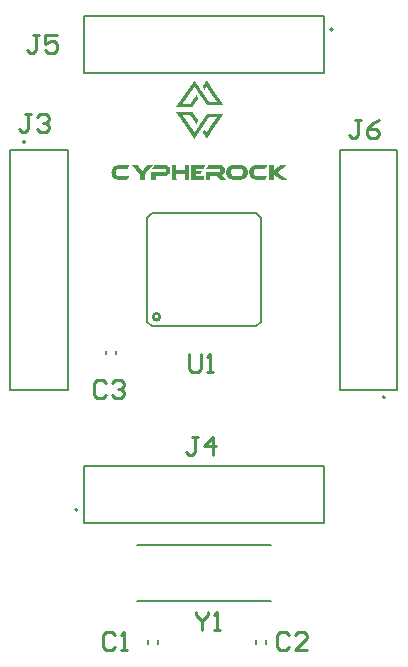
<source format=gbr>
%TF.GenerationSoftware,Altium Limited,Altium Designer,23.4.1 (23)*%
G04 Layer_Color=65535*
%FSLAX45Y45*%
%MOMM*%
%TF.SameCoordinates,FC7CEE8C-9C91-443A-B6C4-03D5C87B0654*%
%TF.FilePolarity,Positive*%
%TF.FileFunction,Legend,Top*%
%TF.Part,Single*%
G01*
G75*
%TA.AperFunction,NonConductor*%
%ADD22C,0.20000*%
%ADD23C,0.25400*%
%ADD24C,0.12700*%
%ADD25C,0.20320*%
G36*
X1675846Y6097894D02*
X1678330D01*
Y6095409D01*
Y6092925D01*
X1680814D01*
Y6090440D01*
Y6087956D01*
X1683299D01*
Y6085471D01*
X1685784D01*
Y6082987D01*
X1688268D01*
Y6080502D01*
Y6078018D01*
X1690752D01*
Y6075533D01*
X1693237D01*
Y6073049D01*
Y6070564D01*
X1695722D01*
Y6068080D01*
X1698206D01*
Y6065595D01*
Y6063111D01*
X1700691D01*
Y6060626D01*
Y6058142D01*
X1703175D01*
Y6055657D01*
X1705660D01*
Y6053173D01*
X1708144D01*
Y6050688D01*
Y6048204D01*
X1710629D01*
Y6045719D01*
X1713113D01*
Y6043235D01*
Y6040750D01*
X1715598D01*
Y6038266D01*
X1718082D01*
Y6035781D01*
Y6033297D01*
X1720567D01*
Y6030812D01*
X1723051D01*
Y6028328D01*
X1725536D01*
Y6025843D01*
Y6023358D01*
X1728020D01*
Y6020874D01*
Y6018389D01*
X1730505D01*
Y6015905D01*
X1732989D01*
Y6013420D01*
Y6010936D01*
X1735474D01*
Y6008451D01*
X1737958D01*
Y6005967D01*
Y6003482D01*
X1740443D01*
Y6000998D01*
X1742927D01*
Y5998513D01*
Y5996029D01*
X1745412D01*
Y5993544D01*
X1747896D01*
Y5991060D01*
Y5988575D01*
X1750381D01*
Y5986091D01*
X1752866D01*
Y5983606D01*
X1755350D01*
Y5981121D01*
Y5978637D01*
X1757835D01*
Y5976152D01*
X1760319D01*
Y5973668D01*
Y5971183D01*
X1762804D01*
Y5968699D01*
X1765288D01*
Y5966214D01*
Y5963730D01*
X1767773D01*
Y5961245D01*
X1770257D01*
Y5958761D01*
Y5956276D01*
X1772742D01*
Y5953792D01*
X1775226D01*
Y5951307D01*
Y5948823D01*
X1777711D01*
Y5946338D01*
X1780195D01*
Y5943853D01*
Y5941369D01*
X1782680D01*
Y5938884D01*
X1785164D01*
Y5936400D01*
Y5933915D01*
X1787649D01*
Y5931431D01*
X1790134D01*
Y5928946D01*
Y5926462D01*
X1792618D01*
Y5923977D01*
X1795103D01*
Y5921493D01*
Y5919008D01*
X1797587D01*
Y5916524D01*
X1800072D01*
Y5914039D01*
Y5911555D01*
X1802556D01*
Y5909070D01*
X1805041D01*
Y5906586D01*
X1807525D01*
Y5904101D01*
Y5901617D01*
X1810010D01*
Y5899132D01*
X1812494D01*
Y5896648D01*
Y5894163D01*
X1814979D01*
Y5891679D01*
X1678330D01*
Y5894163D01*
X1675846D01*
Y5896648D01*
X1673361D01*
Y5899132D01*
Y5901617D01*
X1670876D01*
Y5904101D01*
X1668392D01*
Y5906586D01*
X1665907D01*
Y5909070D01*
Y5911555D01*
X1663423D01*
Y5914039D01*
X1660938D01*
Y5916524D01*
Y5919008D01*
X1658454D01*
Y5921493D01*
X1655969D01*
Y5923977D01*
Y5926462D01*
X1653485D01*
Y5928946D01*
X1651000D01*
Y5931431D01*
Y5933915D01*
X1648516D01*
Y5936400D01*
X1646031D01*
Y5938884D01*
Y5941369D01*
X1643546D01*
Y5943853D01*
X1641062D01*
Y5946338D01*
Y5948823D01*
X1638578D01*
Y5951307D01*
X1636093D01*
Y5953792D01*
Y5956276D01*
X1633608D01*
Y5958761D01*
X1631124D01*
Y5961245D01*
Y5963730D01*
X1628639D01*
Y5966214D01*
X1626155D01*
Y5968699D01*
X1623670D01*
Y5971183D01*
Y5973668D01*
X1621186D01*
Y5976152D01*
X1618701D01*
Y5978637D01*
Y5981121D01*
X1616217D01*
Y5983606D01*
X1613732D01*
Y5986091D01*
Y5988575D01*
X1611248D01*
Y5991060D01*
X1608763D01*
Y5993544D01*
Y5996029D01*
X1606278D01*
Y5998513D01*
X1603794D01*
Y6000998D01*
Y6003482D01*
X1601310D01*
Y6005967D01*
X1598825D01*
Y6008451D01*
Y6010936D01*
X1596340D01*
Y6013420D01*
X1593856D01*
Y6015905D01*
Y6018389D01*
X1591371D01*
Y6020874D01*
X1588887D01*
Y6023358D01*
Y6025843D01*
X1586402D01*
Y6028328D01*
X1583918D01*
Y6030812D01*
Y6033297D01*
X1581433D01*
Y6035781D01*
X1578949D01*
Y6038266D01*
Y6040750D01*
X1576464D01*
Y6043235D01*
X1573980D01*
Y6045719D01*
Y6048204D01*
X1569011D01*
Y6045719D01*
X1566526D01*
Y6043235D01*
Y6040750D01*
X1564042D01*
Y6038266D01*
X1561557D01*
Y6035781D01*
Y6033297D01*
X1559073D01*
Y6030812D01*
X1556588D01*
Y6028328D01*
X1554104D01*
Y6025843D01*
Y6023358D01*
X1551619D01*
Y6020874D01*
X1549135D01*
Y6018389D01*
Y6015905D01*
X1546650D01*
Y6013420D01*
X1544165D01*
Y6010936D01*
X1541681D01*
Y6008451D01*
Y6005967D01*
X1539196D01*
Y6003482D01*
X1536712D01*
Y6000998D01*
Y5998513D01*
X1534227D01*
Y5996029D01*
X1531743D01*
Y5993544D01*
Y5991060D01*
X1529258D01*
Y5988575D01*
X1526774D01*
Y5986091D01*
X1524289D01*
Y5983606D01*
Y5981121D01*
X1521805D01*
Y5978637D01*
Y5976152D01*
X1519320D01*
Y5973668D01*
X1516836D01*
Y5971183D01*
X1514351D01*
Y5968699D01*
Y5966214D01*
X1511867D01*
Y5963730D01*
X1509382D01*
Y5961245D01*
Y5958761D01*
X1506898D01*
Y5956276D01*
X1504413D01*
Y5953792D01*
X1501928D01*
Y5951307D01*
Y5948823D01*
X1499444D01*
Y5946338D01*
X1496959D01*
Y5943853D01*
Y5941369D01*
X1494475D01*
Y5938884D01*
X1491990D01*
Y5936400D01*
Y5933915D01*
X1489506D01*
Y5931431D01*
X1487021D01*
Y5928946D01*
X1484537D01*
Y5926462D01*
Y5923977D01*
X1482052D01*
Y5921493D01*
X1479568D01*
Y5919008D01*
Y5916524D01*
X1477083D01*
Y5914039D01*
X1474599D01*
Y5911555D01*
X1472114D01*
Y5909070D01*
Y5906586D01*
X1469630D01*
Y5904101D01*
Y5901617D01*
X1529258D01*
Y5899132D01*
X1534227D01*
Y5901617D01*
X1536712D01*
Y5904101D01*
X1539196D01*
Y5906586D01*
X1541681D01*
Y5909070D01*
Y5911555D01*
X1544165D01*
Y5914039D01*
Y5916524D01*
X1546650D01*
Y5919008D01*
X1549135D01*
Y5921493D01*
X1551619D01*
Y5923977D01*
Y5926462D01*
X1554104D01*
Y5928946D01*
X1556588D01*
Y5931431D01*
Y5933915D01*
X1559073D01*
Y5936400D01*
X1561557D01*
Y5938884D01*
Y5941369D01*
X1564042D01*
Y5943853D01*
X1566526D01*
Y5946338D01*
X1569011D01*
Y5948823D01*
Y5951307D01*
X1571495D01*
Y5953792D01*
X1573980D01*
Y5956276D01*
Y5958761D01*
X1576464D01*
Y5961245D01*
X1578949D01*
Y5963730D01*
X1581433D01*
Y5966214D01*
Y5968699D01*
X1583918D01*
Y5971183D01*
X1586402D01*
Y5973668D01*
Y5976152D01*
X1588887D01*
Y5973668D01*
Y5971183D01*
X1591371D01*
Y5968699D01*
Y5966214D01*
X1593856D01*
Y5963730D01*
X1596340D01*
Y5961245D01*
X1598825D01*
Y5958761D01*
Y5956276D01*
X1601310D01*
Y5953792D01*
X1603794D01*
Y5951307D01*
Y5948823D01*
Y5946338D01*
X1601310D01*
Y5943853D01*
X1598825D01*
Y5941369D01*
X1596340D01*
Y5938884D01*
Y5936400D01*
X1593856D01*
Y5933915D01*
X1591371D01*
Y5931431D01*
Y5928946D01*
X1588887D01*
Y5926462D01*
X1586402D01*
Y5923977D01*
X1583918D01*
Y5921493D01*
Y5919008D01*
X1581433D01*
Y5916524D01*
X1578949D01*
Y5914039D01*
Y5911555D01*
X1576464D01*
Y5909070D01*
X1573980D01*
Y5906586D01*
Y5904101D01*
X1571495D01*
Y5901617D01*
X1569011D01*
Y5899132D01*
X1566526D01*
Y5896648D01*
Y5894163D01*
X1564042D01*
Y5891679D01*
X1561557D01*
Y5889194D01*
Y5886710D01*
X1559073D01*
Y5884225D01*
X1556588D01*
Y5881741D01*
X1554104D01*
Y5879256D01*
Y5876771D01*
X1551619D01*
Y5874287D01*
X1410001D01*
Y5876771D01*
X1412486D01*
Y5879256D01*
X1414970D01*
Y5881741D01*
X1417455D01*
Y5884225D01*
X1419939D01*
Y5886710D01*
Y5889194D01*
X1422424D01*
Y5891679D01*
X1424908D01*
Y5894163D01*
Y5896648D01*
X1427393D01*
Y5899132D01*
X1429877D01*
Y5901617D01*
Y5904101D01*
X1432362D01*
Y5906586D01*
X1434846D01*
Y5909070D01*
Y5911555D01*
X1437331D01*
Y5914039D01*
X1439816D01*
Y5916524D01*
X1442300D01*
Y5919008D01*
Y5921493D01*
X1444785D01*
Y5923977D01*
X1447269D01*
Y5926462D01*
Y5928946D01*
X1449754D01*
Y5931431D01*
X1452238D01*
Y5933915D01*
X1454723D01*
Y5936400D01*
Y5938884D01*
X1457207D01*
Y5941369D01*
X1459692D01*
Y5943853D01*
Y5946338D01*
X1462176D01*
Y5948823D01*
X1464661D01*
Y5951307D01*
Y5953792D01*
X1467145D01*
Y5956276D01*
X1469630D01*
Y5958761D01*
X1472114D01*
Y5961245D01*
Y5963730D01*
X1474599D01*
Y5966214D01*
X1477083D01*
Y5968699D01*
Y5971183D01*
X1479568D01*
Y5973668D01*
X1482052D01*
Y5976152D01*
X1484537D01*
Y5978637D01*
Y5981121D01*
X1487021D01*
Y5983606D01*
X1489506D01*
Y5986091D01*
Y5988575D01*
X1491990D01*
Y5991060D01*
X1494475D01*
Y5993544D01*
X1496959D01*
Y5996029D01*
Y5998513D01*
X1499444D01*
Y6000998D01*
X1501928D01*
Y6003482D01*
Y6005967D01*
X1504413D01*
Y6008451D01*
X1506898D01*
Y6010936D01*
Y6013420D01*
X1509382D01*
Y6015905D01*
X1511867D01*
Y6018389D01*
Y6020874D01*
X1514351D01*
Y6023358D01*
X1516836D01*
Y6025843D01*
Y6028328D01*
X1519320D01*
Y6030812D01*
X1521805D01*
Y6033297D01*
X1524289D01*
Y6035781D01*
Y6038266D01*
X1526774D01*
Y6040750D01*
X1529258D01*
Y6043235D01*
Y6045719D01*
X1531743D01*
Y6048204D01*
X1534227D01*
Y6050688D01*
Y6053173D01*
X1536712D01*
Y6055657D01*
X1539196D01*
Y6058142D01*
X1541681D01*
Y6060626D01*
Y6063111D01*
X1544165D01*
Y6065595D01*
X1546650D01*
Y6068080D01*
Y6070564D01*
X1549135D01*
Y6073049D01*
X1551619D01*
Y6075533D01*
X1554104D01*
Y6078018D01*
Y6080502D01*
X1556588D01*
Y6082987D01*
X1559073D01*
Y6085471D01*
Y6087956D01*
X1561557D01*
Y6090440D01*
X1564042D01*
Y6092925D01*
X1566526D01*
Y6095409D01*
Y6097894D01*
X1569011D01*
Y6100379D01*
X1571495D01*
Y6097894D01*
X1573980D01*
Y6095409D01*
Y6092925D01*
X1576464D01*
Y6090440D01*
X1578949D01*
Y6087956D01*
Y6085471D01*
X1581433D01*
Y6082987D01*
X1583918D01*
Y6080502D01*
Y6078018D01*
X1586402D01*
Y6075533D01*
X1588887D01*
Y6073049D01*
Y6070564D01*
X1591371D01*
Y6068080D01*
X1593856D01*
Y6065595D01*
X1596340D01*
Y6063111D01*
Y6060626D01*
X1598825D01*
Y6058142D01*
X1601310D01*
Y6055657D01*
Y6053173D01*
X1603794D01*
Y6050688D01*
X1606278D01*
Y6048204D01*
Y6045719D01*
X1608763D01*
Y6043235D01*
X1611248D01*
Y6040750D01*
Y6038266D01*
X1613732D01*
Y6035781D01*
Y6033297D01*
X1616217D01*
Y6030812D01*
X1618701D01*
Y6028328D01*
X1621186D01*
Y6025843D01*
Y6023358D01*
X1623670D01*
Y6020874D01*
X1626155D01*
Y6018389D01*
Y6015905D01*
X1628639D01*
Y6013420D01*
X1631124D01*
Y6010936D01*
Y6008451D01*
X1633608D01*
Y6005967D01*
X1636093D01*
Y6003482D01*
Y6000998D01*
X1638578D01*
Y5998513D01*
X1641062D01*
Y5996029D01*
Y5993544D01*
X1643546D01*
Y5991060D01*
X1646031D01*
Y5988575D01*
Y5986091D01*
X1648516D01*
Y5983606D01*
X1651000D01*
Y5981121D01*
X1653485D01*
Y5978637D01*
Y5976152D01*
X1655969D01*
Y5973668D01*
X1658454D01*
Y5971183D01*
Y5968699D01*
X1660938D01*
Y5966214D01*
Y5963730D01*
X1663423D01*
Y5961245D01*
X1665907D01*
Y5958761D01*
X1668392D01*
Y5956276D01*
Y5953792D01*
X1670876D01*
Y5951307D01*
Y5948823D01*
X1673361D01*
Y5946338D01*
X1675846D01*
Y5943853D01*
X1678330D01*
Y5941369D01*
Y5938884D01*
X1680814D01*
Y5936400D01*
X1683299D01*
Y5933915D01*
Y5931431D01*
X1685784D01*
Y5928946D01*
X1688268D01*
Y5926462D01*
Y5923977D01*
X1690752D01*
Y5921493D01*
X1693237D01*
Y5919008D01*
Y5916524D01*
X1760319D01*
Y5919008D01*
Y5921493D01*
X1757835D01*
Y5923977D01*
Y5926462D01*
X1755350D01*
Y5928946D01*
X1752866D01*
Y5931431D01*
Y5933915D01*
X1750381D01*
Y5936400D01*
X1747896D01*
Y5938884D01*
X1745412D01*
Y5941369D01*
Y5943853D01*
X1742927D01*
Y5946338D01*
Y5948823D01*
X1740443D01*
Y5951307D01*
X1737958D01*
Y5953792D01*
X1735474D01*
Y5956276D01*
Y5958761D01*
X1732989D01*
Y5961245D01*
X1730505D01*
Y5963730D01*
Y5966214D01*
X1728020D01*
Y5968699D01*
X1725536D01*
Y5971183D01*
Y5973668D01*
X1723051D01*
Y5976152D01*
X1720567D01*
Y5978637D01*
Y5981121D01*
X1718082D01*
Y5983606D01*
X1715598D01*
Y5986091D01*
X1713113D01*
Y5988575D01*
Y5991060D01*
X1710629D01*
Y5993544D01*
X1708144D01*
Y5996029D01*
Y5998513D01*
X1705660D01*
Y6000998D01*
X1703175D01*
Y6003482D01*
Y6005967D01*
X1700691D01*
Y6008451D01*
X1698206D01*
Y6010936D01*
Y6013420D01*
X1695722D01*
Y6015905D01*
X1693237D01*
Y6018389D01*
Y6020874D01*
X1690752D01*
Y6023358D01*
X1688268D01*
Y6025843D01*
Y6028328D01*
X1685784D01*
Y6030812D01*
X1683299D01*
Y6033297D01*
Y6035781D01*
X1680814D01*
Y6038266D01*
X1678330D01*
Y6040750D01*
X1675846D01*
Y6043235D01*
Y6045719D01*
X1668392D01*
Y6043235D01*
Y6040750D01*
X1665907D01*
Y6038266D01*
X1663423D01*
Y6035781D01*
Y6033297D01*
X1660938D01*
Y6030812D01*
X1658454D01*
Y6028328D01*
Y6025843D01*
X1655969D01*
Y6023358D01*
X1653485D01*
Y6025843D01*
Y6028328D01*
X1651000D01*
Y6030812D01*
Y6033297D01*
X1648516D01*
Y6035781D01*
X1646031D01*
Y6038266D01*
X1643546D01*
Y6040750D01*
Y6043235D01*
X1641062D01*
Y6045719D01*
X1638578D01*
Y6048204D01*
Y6050688D01*
X1641062D01*
Y6053173D01*
X1643546D01*
Y6055657D01*
Y6058142D01*
X1646031D01*
Y6060626D01*
X1648516D01*
Y6063111D01*
Y6065595D01*
X1651000D01*
Y6068080D01*
X1653485D01*
Y6070564D01*
Y6073049D01*
X1655969D01*
Y6075533D01*
X1658454D01*
Y6078018D01*
Y6080502D01*
X1660938D01*
Y6082987D01*
Y6085471D01*
X1663423D01*
Y6087956D01*
X1665907D01*
Y6090440D01*
Y6092925D01*
X1668392D01*
Y6095409D01*
X1670876D01*
Y6097894D01*
Y6100379D01*
X1675846D01*
Y6097894D01*
D02*
G37*
G36*
X1554104Y5832050D02*
Y5829565D01*
X1556588D01*
Y5827081D01*
Y5824596D01*
X1559073D01*
Y5822112D01*
X1561557D01*
Y5819627D01*
X1564042D01*
Y5817143D01*
X1566526D01*
Y5814658D01*
Y5812174D01*
X1569011D01*
Y5809689D01*
Y5807205D01*
X1571495D01*
Y5804720D01*
X1573980D01*
Y5802236D01*
X1576464D01*
Y5799751D01*
Y5797267D01*
X1578949D01*
Y5794782D01*
X1581433D01*
Y5792298D01*
Y5789813D01*
X1583918D01*
Y5787329D01*
X1586402D01*
Y5784844D01*
X1588887D01*
Y5782359D01*
Y5779875D01*
X1591371D01*
Y5777390D01*
X1593856D01*
Y5774906D01*
Y5772421D01*
X1596340D01*
Y5769937D01*
X1598825D01*
Y5767452D01*
Y5764968D01*
X1601310D01*
Y5762483D01*
X1603794D01*
Y5759999D01*
Y5757514D01*
X1601310D01*
Y5755030D01*
Y5752545D01*
X1598825D01*
Y5750061D01*
X1596340D01*
Y5747576D01*
X1593856D01*
Y5745091D01*
Y5742607D01*
X1591371D01*
Y5740123D01*
X1588887D01*
Y5737638D01*
Y5735153D01*
X1586402D01*
Y5737638D01*
X1583918D01*
Y5740123D01*
Y5742607D01*
X1581433D01*
Y5745091D01*
X1578949D01*
Y5747576D01*
Y5750061D01*
X1576464D01*
Y5752545D01*
X1573980D01*
Y5755030D01*
X1571495D01*
Y5757514D01*
Y5759999D01*
X1569011D01*
Y5762483D01*
X1566526D01*
Y5764968D01*
Y5767452D01*
X1564042D01*
Y5769937D01*
X1561557D01*
Y5772421D01*
Y5774906D01*
X1559073D01*
Y5777390D01*
X1556588D01*
Y5779875D01*
X1554104D01*
Y5782359D01*
Y5784844D01*
X1551619D01*
Y5787329D01*
X1549135D01*
Y5789813D01*
Y5792298D01*
X1546650D01*
Y5794782D01*
X1544165D01*
Y5797267D01*
Y5799751D01*
X1541681D01*
Y5802236D01*
X1539196D01*
Y5804720D01*
X1536712D01*
Y5807205D01*
Y5809689D01*
X1469630D01*
Y5807205D01*
Y5804720D01*
Y5802236D01*
X1472114D01*
Y5799751D01*
X1474599D01*
Y5797267D01*
X1477083D01*
Y5794782D01*
Y5792298D01*
X1479568D01*
Y5789813D01*
X1482052D01*
Y5787329D01*
Y5784844D01*
X1484537D01*
Y5782359D01*
X1487021D01*
Y5779875D01*
X1489506D01*
Y5777390D01*
Y5774906D01*
X1491990D01*
Y5772421D01*
X1494475D01*
Y5769937D01*
Y5767452D01*
X1496959D01*
Y5764968D01*
X1499444D01*
Y5762483D01*
Y5759999D01*
X1501928D01*
Y5757514D01*
X1504413D01*
Y5755030D01*
X1506898D01*
Y5752545D01*
Y5750061D01*
X1509382D01*
Y5747576D01*
X1511867D01*
Y5745091D01*
Y5742607D01*
X1514351D01*
Y5740123D01*
X1516836D01*
Y5737638D01*
Y5735153D01*
X1519320D01*
Y5732669D01*
X1521805D01*
Y5730184D01*
X1524289D01*
Y5727700D01*
Y5725215D01*
X1526774D01*
Y5722731D01*
X1529258D01*
Y5720246D01*
Y5717762D01*
X1531743D01*
Y5715277D01*
X1534227D01*
Y5712793D01*
Y5710308D01*
X1536712D01*
Y5707824D01*
X1539196D01*
Y5705339D01*
X1541681D01*
Y5702855D01*
Y5700370D01*
X1544165D01*
Y5697885D01*
X1546650D01*
Y5695401D01*
Y5692916D01*
X1549135D01*
Y5690432D01*
X1551619D01*
Y5687947D01*
X1554104D01*
Y5685463D01*
Y5682978D01*
X1556588D01*
Y5680494D01*
Y5678009D01*
X1559073D01*
Y5675525D01*
X1561557D01*
Y5673040D01*
X1564042D01*
Y5670556D01*
Y5668071D01*
X1566526D01*
Y5665587D01*
X1569011D01*
Y5663102D01*
X1573980D01*
Y5665587D01*
X1576464D01*
Y5668071D01*
Y5670556D01*
X1578949D01*
Y5673040D01*
Y5675525D01*
X1581433D01*
Y5678009D01*
X1583918D01*
Y5680494D01*
X1586402D01*
Y5682978D01*
Y5685463D01*
X1588887D01*
Y5687947D01*
Y5690432D01*
X1591371D01*
Y5692916D01*
X1593856D01*
Y5695401D01*
X1596340D01*
Y5697885D01*
Y5700370D01*
X1598825D01*
Y5702855D01*
X1601310D01*
Y5705339D01*
Y5707824D01*
X1603794D01*
Y5710308D01*
X1606278D01*
Y5712793D01*
Y5715277D01*
X1608763D01*
Y5717762D01*
X1611248D01*
Y5720246D01*
Y5722731D01*
X1613732D01*
Y5725215D01*
X1616217D01*
Y5727700D01*
Y5730184D01*
X1618701D01*
Y5732669D01*
X1621186D01*
Y5735153D01*
Y5737638D01*
X1623670D01*
Y5740123D01*
X1626155D01*
Y5742607D01*
Y5745091D01*
X1628639D01*
Y5747576D01*
X1631124D01*
Y5750061D01*
X1633608D01*
Y5752545D01*
Y5755030D01*
X1636093D01*
Y5757514D01*
Y5759999D01*
X1638578D01*
Y5762483D01*
X1641062D01*
Y5764968D01*
X1643546D01*
Y5767452D01*
Y5769937D01*
X1646031D01*
Y5772421D01*
X1648516D01*
Y5774906D01*
Y5777390D01*
X1651000D01*
Y5779875D01*
X1653485D01*
Y5782359D01*
Y5784844D01*
X1655969D01*
Y5787329D01*
Y5789813D01*
X1658454D01*
Y5792298D01*
X1660938D01*
Y5794782D01*
X1663423D01*
Y5797267D01*
Y5799751D01*
X1665907D01*
Y5802236D01*
X1668392D01*
Y5804720D01*
Y5807205D01*
X1670876D01*
Y5809689D01*
X1673361D01*
Y5812174D01*
Y5814658D01*
X1675846D01*
Y5817143D01*
X1678330D01*
Y5819627D01*
X1814979D01*
Y5817143D01*
X1812494D01*
Y5814658D01*
Y5812174D01*
X1810010D01*
Y5809689D01*
X1807525D01*
Y5807205D01*
Y5804720D01*
X1805041D01*
Y5802236D01*
X1802556D01*
Y5799751D01*
Y5797267D01*
X1800072D01*
Y5794782D01*
X1797587D01*
Y5792298D01*
Y5789813D01*
X1795103D01*
Y5787329D01*
X1792618D01*
Y5784844D01*
X1790134D01*
Y5782359D01*
Y5779875D01*
X1787649D01*
Y5777390D01*
Y5774906D01*
X1785164D01*
Y5772421D01*
X1782680D01*
Y5769937D01*
Y5767452D01*
X1780195D01*
Y5764968D01*
X1777711D01*
Y5762483D01*
Y5759999D01*
X1775226D01*
Y5757514D01*
X1772742D01*
Y5755030D01*
X1770257D01*
Y5752545D01*
Y5750061D01*
X1767773D01*
Y5747576D01*
Y5745091D01*
X1765288D01*
Y5742607D01*
X1762804D01*
Y5740123D01*
X1760319D01*
Y5737638D01*
Y5735153D01*
X1757835D01*
Y5732669D01*
Y5730184D01*
X1755350D01*
Y5727700D01*
X1752866D01*
Y5725215D01*
X1750381D01*
Y5722731D01*
Y5720246D01*
X1747896D01*
Y5717762D01*
X1745412D01*
Y5715277D01*
Y5712793D01*
X1742927D01*
Y5710308D01*
X1740443D01*
Y5707824D01*
Y5705339D01*
X1737958D01*
Y5702855D01*
X1735474D01*
Y5700370D01*
Y5697885D01*
X1732989D01*
Y5695401D01*
X1730505D01*
Y5692916D01*
Y5690432D01*
X1728020D01*
Y5687947D01*
X1725536D01*
Y5685463D01*
Y5682978D01*
X1723051D01*
Y5680494D01*
X1720567D01*
Y5678009D01*
Y5675525D01*
X1718082D01*
Y5673040D01*
X1715598D01*
Y5670556D01*
X1713113D01*
Y5668071D01*
Y5665587D01*
X1710629D01*
Y5663102D01*
Y5660618D01*
X1708144D01*
Y5658133D01*
X1705660D01*
Y5655649D01*
X1703175D01*
Y5653164D01*
Y5650680D01*
X1700691D01*
Y5648195D01*
Y5645711D01*
X1698206D01*
Y5643226D01*
X1695722D01*
Y5640742D01*
Y5638257D01*
X1693237D01*
Y5635773D01*
X1690752D01*
Y5633288D01*
Y5630803D01*
X1688268D01*
Y5628319D01*
X1685784D01*
Y5625834D01*
X1683299D01*
Y5623350D01*
Y5620865D01*
X1680814D01*
Y5618381D01*
X1678330D01*
Y5615896D01*
Y5613412D01*
X1675846D01*
Y5610927D01*
Y5608443D01*
X1673361D01*
Y5610927D01*
X1670876D01*
Y5613412D01*
Y5615896D01*
X1668392D01*
Y5618381D01*
X1665907D01*
Y5620865D01*
X1663423D01*
Y5623350D01*
Y5625834D01*
X1660938D01*
Y5628319D01*
Y5630803D01*
X1658454D01*
Y5633288D01*
X1655969D01*
Y5635773D01*
Y5638257D01*
X1653485D01*
Y5640742D01*
X1651000D01*
Y5643226D01*
Y5645711D01*
X1648516D01*
Y5648195D01*
X1646031D01*
Y5650680D01*
Y5653164D01*
X1643546D01*
Y5655649D01*
X1641062D01*
Y5658133D01*
Y5660618D01*
X1638578D01*
Y5663102D01*
X1641062D01*
Y5665587D01*
Y5668071D01*
X1643546D01*
Y5670556D01*
X1646031D01*
Y5673040D01*
X1648516D01*
Y5675525D01*
Y5678009D01*
X1651000D01*
Y5680494D01*
Y5682978D01*
X1653485D01*
Y5685463D01*
X1655969D01*
Y5682978D01*
X1658454D01*
Y5680494D01*
X1660938D01*
Y5678009D01*
Y5675525D01*
X1663423D01*
Y5673040D01*
X1665907D01*
Y5670556D01*
Y5668071D01*
X1668392D01*
Y5665587D01*
X1670876D01*
Y5663102D01*
X1675846D01*
Y5665587D01*
Y5668071D01*
X1678330D01*
Y5670556D01*
Y5673040D01*
X1680814D01*
Y5675525D01*
X1683299D01*
Y5678009D01*
X1685784D01*
Y5680494D01*
Y5682978D01*
X1688268D01*
Y5685463D01*
X1690752D01*
Y5687947D01*
Y5690432D01*
X1693237D01*
Y5692916D01*
X1695722D01*
Y5695401D01*
Y5697885D01*
X1698206D01*
Y5700370D01*
X1700691D01*
Y5702855D01*
Y5705339D01*
X1703175D01*
Y5707824D01*
X1705660D01*
Y5710308D01*
Y5712793D01*
X1708144D01*
Y5715277D01*
X1710629D01*
Y5717762D01*
Y5720246D01*
X1713113D01*
Y5722731D01*
X1715598D01*
Y5725215D01*
X1718082D01*
Y5727700D01*
Y5730184D01*
X1720567D01*
Y5732669D01*
Y5735153D01*
X1723051D01*
Y5737638D01*
X1725536D01*
Y5740123D01*
X1728020D01*
Y5742607D01*
Y5745091D01*
X1730505D01*
Y5747576D01*
Y5750061D01*
X1732989D01*
Y5752545D01*
X1735474D01*
Y5755030D01*
X1737958D01*
Y5757514D01*
Y5759999D01*
X1740443D01*
Y5762483D01*
X1742927D01*
Y5764968D01*
Y5767452D01*
X1745412D01*
Y5769937D01*
X1747896D01*
Y5772421D01*
X1750381D01*
Y5774906D01*
Y5777390D01*
X1752866D01*
Y5779875D01*
Y5782359D01*
X1755350D01*
Y5784844D01*
X1757835D01*
Y5787329D01*
X1760319D01*
Y5789813D01*
Y5792298D01*
Y5794782D01*
X1695722D01*
Y5792298D01*
X1693237D01*
Y5789813D01*
X1690752D01*
Y5787329D01*
Y5784844D01*
X1688268D01*
Y5782359D01*
X1685784D01*
Y5779875D01*
Y5777390D01*
X1683299D01*
Y5774906D01*
X1680814D01*
Y5772421D01*
X1678330D01*
Y5769937D01*
Y5767452D01*
X1675846D01*
Y5764968D01*
X1673361D01*
Y5762483D01*
Y5759999D01*
X1670876D01*
Y5757514D01*
X1668392D01*
Y5755030D01*
Y5752545D01*
X1665907D01*
Y5750061D01*
X1663423D01*
Y5747576D01*
Y5745091D01*
X1660938D01*
Y5742607D01*
X1658454D01*
Y5740123D01*
Y5737638D01*
X1655969D01*
Y5735153D01*
X1653485D01*
Y5732669D01*
Y5730184D01*
X1651000D01*
Y5727700D01*
X1648516D01*
Y5725215D01*
Y5722731D01*
X1646031D01*
Y5720246D01*
X1643546D01*
Y5717762D01*
Y5715277D01*
X1641062D01*
Y5712793D01*
X1638578D01*
Y5710308D01*
Y5707824D01*
X1636093D01*
Y5705339D01*
X1633608D01*
Y5702855D01*
X1631124D01*
Y5700370D01*
Y5697885D01*
X1628639D01*
Y5695401D01*
Y5692916D01*
X1626155D01*
Y5690432D01*
X1623670D01*
Y5687947D01*
Y5685463D01*
X1621186D01*
Y5682978D01*
X1618701D01*
Y5680494D01*
Y5678009D01*
X1616217D01*
Y5675525D01*
X1613732D01*
Y5673040D01*
X1611248D01*
Y5670556D01*
Y5668071D01*
X1608763D01*
Y5665587D01*
Y5663102D01*
X1606278D01*
Y5660618D01*
X1603794D01*
Y5658133D01*
X1601310D01*
Y5655649D01*
Y5653164D01*
X1598825D01*
Y5650680D01*
Y5648195D01*
X1596340D01*
Y5645711D01*
X1593856D01*
Y5643226D01*
X1591371D01*
Y5640742D01*
Y5638257D01*
X1588887D01*
Y5635773D01*
Y5633288D01*
X1586402D01*
Y5630803D01*
X1583918D01*
Y5628319D01*
X1581433D01*
Y5625834D01*
Y5623350D01*
X1578949D01*
Y5620865D01*
X1576464D01*
Y5618381D01*
Y5615896D01*
X1573980D01*
Y5613412D01*
X1571495D01*
Y5610927D01*
Y5608443D01*
X1569011D01*
Y5610927D01*
Y5613412D01*
X1566526D01*
Y5615896D01*
X1564042D01*
Y5618381D01*
X1561557D01*
Y5620865D01*
Y5623350D01*
X1559073D01*
Y5625834D01*
X1556588D01*
Y5628319D01*
Y5630803D01*
X1554104D01*
Y5633288D01*
X1551619D01*
Y5635773D01*
X1549135D01*
Y5638257D01*
Y5640742D01*
X1546650D01*
Y5643226D01*
X1544165D01*
Y5645711D01*
Y5648195D01*
X1541681D01*
Y5650680D01*
X1539196D01*
Y5653164D01*
Y5655649D01*
X1536712D01*
Y5658133D01*
X1534227D01*
Y5660618D01*
Y5663102D01*
X1531743D01*
Y5665587D01*
X1529258D01*
Y5668071D01*
X1526774D01*
Y5670556D01*
Y5673040D01*
X1524289D01*
Y5675525D01*
X1521805D01*
Y5678009D01*
Y5680494D01*
X1519320D01*
Y5682978D01*
X1516836D01*
Y5685463D01*
X1514351D01*
Y5687947D01*
Y5690432D01*
X1511867D01*
Y5692916D01*
X1509382D01*
Y5695401D01*
Y5697885D01*
X1506898D01*
Y5700370D01*
X1504413D01*
Y5702855D01*
Y5705339D01*
X1501928D01*
Y5707824D01*
X1499444D01*
Y5710308D01*
X1496959D01*
Y5712793D01*
Y5715277D01*
X1494475D01*
Y5717762D01*
X1491990D01*
Y5720246D01*
Y5722731D01*
X1489506D01*
Y5725215D01*
X1487021D01*
Y5727700D01*
Y5730184D01*
X1484537D01*
Y5732669D01*
X1482052D01*
Y5735153D01*
X1479568D01*
Y5737638D01*
Y5740123D01*
X1477083D01*
Y5742607D01*
Y5745091D01*
X1474599D01*
Y5747576D01*
X1472114D01*
Y5750061D01*
X1469630D01*
Y5752545D01*
X1467145D01*
Y5755030D01*
Y5757514D01*
X1464661D01*
Y5759999D01*
Y5762483D01*
X1462176D01*
Y5764968D01*
X1459692D01*
Y5767452D01*
X1457207D01*
Y5769937D01*
Y5772421D01*
X1454723D01*
Y5774906D01*
X1452238D01*
Y5777390D01*
Y5779875D01*
X1449754D01*
Y5782359D01*
X1447269D01*
Y5784844D01*
Y5787329D01*
X1444785D01*
Y5789813D01*
X1442300D01*
Y5792298D01*
X1439816D01*
Y5794782D01*
Y5797267D01*
X1437331D01*
Y5799751D01*
X1434846D01*
Y5802236D01*
Y5804720D01*
X1432362D01*
Y5807205D01*
X1429877D01*
Y5809689D01*
X1427393D01*
Y5812174D01*
Y5814658D01*
X1424908D01*
Y5817143D01*
X1422424D01*
Y5819627D01*
Y5822112D01*
X1419939D01*
Y5824596D01*
X1417455D01*
Y5827081D01*
X1414970D01*
Y5829565D01*
Y5832050D01*
X1412486D01*
Y5834535D01*
X1554104D01*
Y5832050D01*
D02*
G37*
G36*
X2354121Y5382351D02*
X2349152D01*
Y5379866D01*
X2346667D01*
Y5377382D01*
X2344183D01*
Y5374897D01*
X2339214D01*
Y5372413D01*
X2336729D01*
Y5369928D01*
X2334245D01*
Y5367444D01*
X2329275D01*
Y5364959D01*
X2326791D01*
Y5362475D01*
X2321822D01*
Y5359990D01*
X2319337D01*
Y5357506D01*
X2316853D01*
Y5355021D01*
X2314368D01*
Y5352536D01*
X2309399D01*
Y5350052D01*
X2306915D01*
Y5347567D01*
X2301946D01*
Y5345083D01*
X2299461D01*
Y5342598D01*
X2296977D01*
Y5340114D01*
X2294492D01*
Y5337629D01*
X2289523D01*
Y5335145D01*
X2287039D01*
Y5332660D01*
X2284554D01*
Y5330176D01*
X2279585D01*
Y5327691D01*
X2277100D01*
Y5325207D01*
X2274616D01*
Y5322722D01*
Y5320238D01*
X2277100D01*
Y5317753D01*
X2279585D01*
Y5315269D01*
X2284554D01*
Y5312784D01*
X2287039D01*
Y5310300D01*
X2292007D01*
Y5307815D01*
X2294492D01*
Y5305331D01*
X2296977D01*
Y5302846D01*
X2301946D01*
Y5300362D01*
X2304430D01*
Y5297877D01*
X2306915D01*
Y5295393D01*
X2311884D01*
Y5292908D01*
X2314368D01*
Y5290424D01*
X2319337D01*
Y5287939D01*
X2321822D01*
Y5285455D01*
X2324307D01*
Y5282970D01*
X2326791D01*
Y5280486D01*
X2331760D01*
Y5278001D01*
X2334245D01*
Y5275516D01*
X2339214D01*
Y5273032D01*
X2341698D01*
Y5270547D01*
X2344183D01*
Y5268063D01*
X2349152D01*
Y5265578D01*
X2351636D01*
Y5263094D01*
X2354121D01*
Y5260609D01*
X2301946D01*
Y5263094D01*
X2299461D01*
Y5265578D01*
X2294492D01*
Y5268063D01*
X2292007D01*
Y5270547D01*
X2287039D01*
Y5273032D01*
X2284554D01*
Y5275516D01*
X2279585D01*
Y5278001D01*
X2277100D01*
Y5280486D01*
X2272131D01*
Y5282970D01*
X2269647D01*
Y5285455D01*
X2267162D01*
Y5287939D01*
X2262193D01*
Y5290424D01*
X2259709D01*
Y5292908D01*
X2254740D01*
Y5295393D01*
X2252255D01*
Y5297877D01*
X2249771D01*
Y5300362D01*
X2242317D01*
Y5297877D01*
Y5295393D01*
Y5292908D01*
Y5290424D01*
Y5287939D01*
Y5285455D01*
Y5282970D01*
Y5280486D01*
Y5278001D01*
Y5275516D01*
Y5273032D01*
Y5270547D01*
Y5268063D01*
Y5265578D01*
Y5263094D01*
Y5260609D01*
X2205049D01*
Y5263094D01*
Y5265578D01*
Y5268063D01*
Y5270547D01*
Y5273032D01*
Y5275516D01*
Y5278001D01*
Y5280486D01*
Y5282970D01*
Y5285455D01*
Y5287939D01*
Y5290424D01*
Y5292908D01*
Y5295393D01*
Y5297877D01*
Y5300362D01*
Y5302846D01*
Y5305331D01*
Y5307815D01*
Y5310300D01*
Y5312784D01*
Y5315269D01*
Y5317753D01*
Y5320238D01*
Y5322722D01*
Y5325207D01*
Y5327691D01*
Y5330176D01*
Y5332660D01*
Y5335145D01*
Y5337629D01*
Y5340114D01*
Y5342598D01*
Y5345083D01*
Y5347567D01*
Y5350052D01*
Y5352536D01*
Y5355021D01*
Y5357506D01*
Y5359990D01*
Y5362475D01*
Y5364959D01*
Y5367444D01*
Y5369928D01*
Y5372413D01*
Y5374897D01*
Y5377382D01*
Y5379866D01*
Y5382351D01*
Y5384835D01*
X2242317D01*
Y5382351D01*
Y5379866D01*
Y5377382D01*
Y5374897D01*
Y5372413D01*
Y5369928D01*
Y5367444D01*
Y5364959D01*
Y5362475D01*
Y5359990D01*
Y5357506D01*
Y5355021D01*
Y5352536D01*
Y5350052D01*
Y5347567D01*
Y5345083D01*
Y5342598D01*
X2244801D01*
Y5345083D01*
X2249771D01*
Y5347567D01*
X2252255D01*
Y5350052D01*
X2254740D01*
Y5352536D01*
X2259709D01*
Y5355021D01*
X2262193D01*
Y5357506D01*
X2267162D01*
Y5359990D01*
X2269647D01*
Y5362475D01*
X2272131D01*
Y5364959D01*
X2277100D01*
Y5367444D01*
X2279585D01*
Y5369928D01*
X2282069D01*
Y5372413D01*
X2284554D01*
Y5374897D01*
X2289523D01*
Y5377382D01*
X2292007D01*
Y5379866D01*
X2296977D01*
Y5382351D01*
X2299461D01*
Y5384835D01*
X2354121D01*
Y5382351D01*
D02*
G37*
G36*
X1526774D02*
Y5379866D01*
Y5377382D01*
Y5374897D01*
Y5372413D01*
Y5369928D01*
Y5367444D01*
Y5364959D01*
Y5362475D01*
Y5359990D01*
Y5357506D01*
Y5355021D01*
Y5352536D01*
Y5350052D01*
Y5347567D01*
Y5345083D01*
Y5342598D01*
Y5340114D01*
Y5337629D01*
Y5335145D01*
Y5332660D01*
Y5330176D01*
Y5327691D01*
Y5325207D01*
Y5322722D01*
Y5320238D01*
Y5317753D01*
Y5315269D01*
Y5312784D01*
Y5310300D01*
Y5307815D01*
Y5305331D01*
Y5302846D01*
Y5300362D01*
Y5297877D01*
Y5295393D01*
Y5292908D01*
Y5290424D01*
Y5287939D01*
Y5285455D01*
Y5282970D01*
Y5280486D01*
Y5278001D01*
Y5275516D01*
Y5273032D01*
Y5270547D01*
Y5268063D01*
Y5265578D01*
Y5263094D01*
Y5260609D01*
X1489506D01*
Y5263094D01*
Y5265578D01*
Y5268063D01*
Y5270547D01*
Y5273032D01*
Y5275516D01*
Y5278001D01*
Y5280486D01*
Y5282970D01*
Y5285455D01*
Y5287939D01*
Y5290424D01*
Y5292908D01*
Y5295393D01*
Y5297877D01*
Y5300362D01*
Y5302846D01*
Y5305331D01*
Y5307815D01*
X1419939D01*
Y5305331D01*
X1417455D01*
Y5302846D01*
Y5300362D01*
Y5297877D01*
Y5295393D01*
Y5292908D01*
Y5290424D01*
Y5287939D01*
Y5285455D01*
Y5282970D01*
Y5280486D01*
Y5278001D01*
Y5275516D01*
Y5273032D01*
Y5270547D01*
Y5268063D01*
Y5265578D01*
Y5263094D01*
X1419939D01*
Y5260609D01*
X1380187D01*
Y5263094D01*
Y5265578D01*
Y5268063D01*
Y5270547D01*
Y5273032D01*
Y5275516D01*
Y5278001D01*
Y5280486D01*
Y5282970D01*
Y5285455D01*
Y5287939D01*
Y5290424D01*
Y5292908D01*
Y5295393D01*
Y5297877D01*
Y5300362D01*
Y5302846D01*
Y5305331D01*
Y5307815D01*
Y5310300D01*
Y5312784D01*
Y5315269D01*
Y5317753D01*
Y5320238D01*
Y5322722D01*
Y5325207D01*
Y5327691D01*
Y5330176D01*
Y5332660D01*
Y5335145D01*
Y5337629D01*
Y5340114D01*
Y5342598D01*
Y5345083D01*
Y5347567D01*
Y5350052D01*
Y5352536D01*
Y5355021D01*
Y5357506D01*
Y5359990D01*
Y5362475D01*
Y5364959D01*
Y5367444D01*
Y5369928D01*
Y5372413D01*
Y5374897D01*
Y5377382D01*
Y5379866D01*
Y5382351D01*
Y5384835D01*
X1419939D01*
Y5382351D01*
X1417455D01*
Y5379866D01*
Y5377382D01*
Y5374897D01*
Y5372413D01*
Y5369928D01*
Y5367444D01*
Y5364959D01*
Y5362475D01*
Y5359990D01*
Y5357506D01*
Y5355021D01*
Y5352536D01*
Y5350052D01*
Y5347567D01*
Y5345083D01*
Y5342598D01*
Y5340114D01*
X1489506D01*
Y5342598D01*
Y5345083D01*
Y5347567D01*
Y5350052D01*
Y5352536D01*
Y5355021D01*
Y5357506D01*
Y5359990D01*
Y5362475D01*
Y5364959D01*
Y5367444D01*
Y5369928D01*
Y5372413D01*
Y5374897D01*
Y5377382D01*
Y5379866D01*
Y5382351D01*
Y5384835D01*
X1526774D01*
Y5382351D01*
D02*
G37*
G36*
X1216208D02*
Y5379866D01*
X1213724D01*
Y5377382D01*
X1211239D01*
Y5374897D01*
X1208755D01*
Y5372413D01*
X1206270D01*
Y5369928D01*
X1203786D01*
Y5367444D01*
X1201301D01*
Y5364959D01*
Y5362475D01*
X1198816D01*
Y5359990D01*
X1196332D01*
Y5357506D01*
X1193847D01*
Y5355021D01*
X1191363D01*
Y5352536D01*
X1188878D01*
Y5350052D01*
X1186394D01*
Y5347567D01*
Y5345083D01*
X1183909D01*
Y5342598D01*
X1181425D01*
Y5340114D01*
X1178940D01*
Y5337629D01*
X1176456D01*
Y5335145D01*
X1173971D01*
Y5332660D01*
X1171487D01*
Y5330176D01*
Y5327691D01*
X1169002D01*
Y5325207D01*
X1166518D01*
Y5322722D01*
X1164033D01*
Y5320238D01*
X1161549D01*
Y5317753D01*
X1159064D01*
Y5315269D01*
X1156579D01*
Y5312784D01*
Y5310300D01*
X1154095D01*
Y5307815D01*
X1151610D01*
Y5305331D01*
X1149126D01*
Y5302846D01*
Y5300362D01*
Y5297877D01*
Y5295393D01*
Y5292908D01*
Y5290424D01*
Y5287939D01*
Y5285455D01*
Y5282970D01*
Y5280486D01*
Y5278001D01*
Y5275516D01*
Y5273032D01*
Y5270547D01*
Y5268063D01*
Y5265578D01*
Y5263094D01*
Y5260609D01*
X1109373D01*
Y5263094D01*
Y5265578D01*
Y5268063D01*
Y5270547D01*
Y5273032D01*
Y5275516D01*
Y5278001D01*
Y5280486D01*
Y5282970D01*
Y5285455D01*
Y5287939D01*
Y5290424D01*
Y5292908D01*
Y5295393D01*
Y5297877D01*
Y5300362D01*
Y5302846D01*
Y5305331D01*
X1106889D01*
Y5307815D01*
X1104404D01*
Y5310300D01*
X1101920D01*
Y5312784D01*
X1099435D01*
Y5315269D01*
X1096951D01*
Y5317753D01*
Y5320238D01*
X1094466D01*
Y5322722D01*
X1091982D01*
Y5325207D01*
X1089497D01*
Y5327691D01*
X1087013D01*
Y5330176D01*
X1084528D01*
Y5332660D01*
Y5335145D01*
X1079559D01*
Y5337629D01*
X1077075D01*
Y5340114D01*
Y5342598D01*
X1074590D01*
Y5345083D01*
X1072106D01*
Y5347567D01*
X1069621D01*
Y5350052D01*
X1067137D01*
Y5352536D01*
X1064652D01*
Y5355021D01*
Y5357506D01*
X1059683D01*
Y5359990D01*
X1057199D01*
Y5362475D01*
Y5364959D01*
X1054714D01*
Y5367444D01*
X1052230D01*
Y5369928D01*
X1049745D01*
Y5372413D01*
X1047261D01*
Y5374897D01*
X1044776D01*
Y5377382D01*
X1042291D01*
Y5379866D01*
X1039807D01*
Y5382351D01*
X1037322D01*
Y5384835D01*
X1087013D01*
Y5382351D01*
X1089497D01*
Y5379866D01*
X1091982D01*
Y5377382D01*
X1094466D01*
Y5374897D01*
X1096951D01*
Y5372413D01*
X1099435D01*
Y5369928D01*
X1101920D01*
Y5367444D01*
Y5364959D01*
X1104404D01*
Y5362475D01*
X1106889D01*
Y5359990D01*
X1109373D01*
Y5357506D01*
X1111858D01*
Y5355021D01*
X1114342D01*
Y5352536D01*
Y5350052D01*
X1119312D01*
Y5347567D01*
X1121796D01*
Y5345083D01*
Y5342598D01*
X1124281D01*
Y5340114D01*
X1126765D01*
Y5337629D01*
X1131734D01*
Y5340114D01*
X1134219D01*
Y5342598D01*
X1136703D01*
Y5345083D01*
X1139188D01*
Y5347567D01*
Y5350052D01*
X1141672D01*
Y5352536D01*
X1144157D01*
Y5355021D01*
X1146641D01*
Y5357506D01*
X1149126D01*
Y5359990D01*
X1151610D01*
Y5362475D01*
X1154095D01*
Y5364959D01*
Y5367444D01*
X1159064D01*
Y5369928D01*
Y5372413D01*
X1161549D01*
Y5374897D01*
X1164033D01*
Y5377382D01*
X1166518D01*
Y5379866D01*
X1169002D01*
Y5382351D01*
Y5384835D01*
X1216208D01*
Y5382351D01*
D02*
G37*
G36*
X1971504D02*
X1981442D01*
Y5379866D01*
X1988895D01*
Y5377382D01*
X1993865D01*
Y5374897D01*
X1996349D01*
Y5372413D01*
X2001318D01*
Y5369928D01*
X2003803D01*
Y5367444D01*
X2006287D01*
Y5364959D01*
X2008772D01*
Y5362475D01*
X2011256D01*
Y5359990D01*
Y5357506D01*
X2013741D01*
Y5355021D01*
Y5352536D01*
X2016225D01*
Y5350052D01*
X2018710D01*
Y5347567D01*
Y5345083D01*
Y5342598D01*
Y5340114D01*
X2021194D01*
Y5337629D01*
Y5335145D01*
Y5332660D01*
X2023679D01*
Y5330176D01*
Y5327691D01*
Y5325207D01*
Y5322722D01*
Y5320238D01*
Y5317753D01*
Y5315269D01*
Y5312784D01*
X2021194D01*
Y5310300D01*
Y5307815D01*
Y5305331D01*
Y5302846D01*
X2018710D01*
Y5300362D01*
Y5297877D01*
Y5295393D01*
X2016225D01*
Y5292908D01*
X2013741D01*
Y5290424D01*
Y5287939D01*
X2011256D01*
Y5285455D01*
Y5282970D01*
X2008772D01*
Y5280486D01*
X2006287D01*
Y5278001D01*
X2003803D01*
Y5275516D01*
X2001318D01*
Y5273032D01*
X1996349D01*
Y5270547D01*
X1993865D01*
Y5268063D01*
X1988895D01*
Y5265578D01*
X1981442D01*
Y5263094D01*
X1973988D01*
Y5260609D01*
X1887030D01*
Y5263094D01*
X1879576D01*
Y5265578D01*
X1872123D01*
Y5268063D01*
X1867154D01*
Y5270547D01*
X1862184D01*
Y5273032D01*
X1859700D01*
Y5275516D01*
X1857215D01*
Y5278001D01*
X1854731D01*
Y5280486D01*
X1852246D01*
Y5282970D01*
X1849762D01*
Y5285455D01*
X1847277D01*
Y5287939D01*
Y5290424D01*
X1844793D01*
Y5292908D01*
Y5295393D01*
X1842308D01*
Y5297877D01*
Y5300362D01*
Y5302846D01*
X1839824D01*
Y5305331D01*
Y5307815D01*
Y5310300D01*
Y5312784D01*
X1837339D01*
Y5315269D01*
X1839824D01*
Y5317753D01*
Y5320238D01*
X1837339D01*
Y5322722D01*
Y5325207D01*
X1839824D01*
Y5327691D01*
Y5330176D01*
X1837339D01*
Y5332660D01*
X1839824D01*
Y5335145D01*
Y5337629D01*
Y5340114D01*
Y5342598D01*
X1842308D01*
Y5345083D01*
Y5347567D01*
Y5350052D01*
X1844793D01*
Y5352536D01*
Y5355021D01*
X1847277D01*
Y5357506D01*
X1849762D01*
Y5359990D01*
Y5362475D01*
X1852246D01*
Y5364959D01*
X1854731D01*
Y5367444D01*
X1857215D01*
Y5369928D01*
X1859700D01*
Y5372413D01*
X1864669D01*
Y5374897D01*
X1867154D01*
Y5377382D01*
X1872123D01*
Y5379866D01*
X1879576D01*
Y5382351D01*
X1889514D01*
Y5384835D01*
X1971504D01*
Y5382351D01*
D02*
G37*
G36*
X1792618D02*
X1800072D01*
Y5379866D01*
X1805041D01*
Y5377382D01*
X1810010D01*
Y5374897D01*
X1812494D01*
Y5372413D01*
X1814979D01*
Y5369928D01*
X1817463D01*
Y5367444D01*
X1819948D01*
Y5364959D01*
Y5362475D01*
X1822432D01*
Y5359990D01*
X1824917D01*
Y5357506D01*
Y5355021D01*
Y5352536D01*
Y5350052D01*
X1827401D01*
Y5347567D01*
Y5345083D01*
Y5342598D01*
Y5340114D01*
Y5337629D01*
Y5335145D01*
Y5332660D01*
Y5330176D01*
Y5327691D01*
Y5325207D01*
X1824917D01*
Y5322722D01*
Y5320238D01*
Y5317753D01*
X1822432D01*
Y5315269D01*
Y5312784D01*
X1819948D01*
Y5310300D01*
X1817463D01*
Y5307815D01*
X1814979D01*
Y5305331D01*
X1812494D01*
Y5302846D01*
X1810010D01*
Y5300362D01*
X1807525D01*
Y5297877D01*
X1805041D01*
Y5295393D01*
X1807525D01*
Y5292908D01*
X1810010D01*
Y5290424D01*
X1812494D01*
Y5287939D01*
X1814979D01*
Y5285455D01*
X1817463D01*
Y5282970D01*
X1819948D01*
Y5280486D01*
X1822432D01*
Y5278001D01*
X1824917D01*
Y5275516D01*
X1827401D01*
Y5273032D01*
X1829886D01*
Y5270547D01*
X1832370D01*
Y5268063D01*
X1834855D01*
Y5265578D01*
Y5263094D01*
X1837339D01*
Y5260609D01*
X1782680D01*
Y5263094D01*
X1780195D01*
Y5265578D01*
X1777711D01*
Y5268063D01*
X1775226D01*
Y5270547D01*
Y5273032D01*
X1772742D01*
Y5275516D01*
X1770257D01*
Y5278001D01*
X1767773D01*
Y5280486D01*
X1765288D01*
Y5282970D01*
X1762804D01*
Y5285455D01*
X1760319D01*
Y5287939D01*
Y5290424D01*
X1757835D01*
Y5292908D01*
X1705660D01*
Y5290424D01*
Y5287939D01*
Y5285455D01*
Y5282970D01*
Y5280486D01*
Y5278001D01*
Y5275516D01*
Y5273032D01*
Y5270547D01*
Y5268063D01*
Y5265578D01*
Y5263094D01*
Y5260609D01*
X1668392D01*
Y5263094D01*
Y5265578D01*
Y5268063D01*
Y5270547D01*
Y5273032D01*
Y5275516D01*
Y5278001D01*
Y5280486D01*
Y5282970D01*
Y5285455D01*
Y5287939D01*
Y5290424D01*
Y5292908D01*
Y5295393D01*
Y5297877D01*
Y5300362D01*
Y5302846D01*
Y5305331D01*
Y5307815D01*
Y5310300D01*
Y5312784D01*
Y5315269D01*
Y5317753D01*
Y5320238D01*
Y5322722D01*
X1780195D01*
Y5325207D01*
X1782680D01*
Y5327691D01*
X1787649D01*
Y5330176D01*
Y5332660D01*
X1790134D01*
Y5335145D01*
Y5337629D01*
Y5340114D01*
Y5342598D01*
Y5345083D01*
X1787649D01*
Y5347567D01*
X1785164D01*
Y5350052D01*
X1782680D01*
Y5352536D01*
X1668392D01*
Y5355021D01*
X1670876D01*
Y5357506D01*
X1673361D01*
Y5359990D01*
Y5362475D01*
X1675846D01*
Y5364959D01*
X1678330D01*
Y5367444D01*
X1680814D01*
Y5369928D01*
Y5372413D01*
X1683299D01*
Y5374897D01*
X1685784D01*
Y5377382D01*
Y5379866D01*
X1688268D01*
Y5382351D01*
X1690752D01*
Y5384835D01*
X1792618D01*
Y5382351D01*
D02*
G37*
G36*
X1665907D02*
X1663423D01*
Y5379866D01*
Y5377382D01*
X1660938D01*
Y5374897D01*
X1658454D01*
Y5372413D01*
Y5369928D01*
X1655969D01*
Y5367444D01*
X1653485D01*
Y5364959D01*
Y5362475D01*
X1651000D01*
Y5359990D01*
X1648516D01*
Y5357506D01*
Y5355021D01*
X1581433D01*
Y5352536D01*
Y5350052D01*
Y5347567D01*
Y5345083D01*
Y5342598D01*
Y5340114D01*
Y5337629D01*
X1638578D01*
Y5335145D01*
X1636093D01*
Y5332660D01*
Y5330176D01*
X1633608D01*
Y5327691D01*
X1631124D01*
Y5325207D01*
Y5322722D01*
X1628639D01*
Y5320238D01*
X1626155D01*
Y5317753D01*
Y5315269D01*
X1623670D01*
Y5312784D01*
X1621186D01*
Y5310300D01*
Y5307815D01*
X1583918D01*
Y5305331D01*
X1581433D01*
Y5302846D01*
Y5300362D01*
Y5297877D01*
Y5295393D01*
Y5292908D01*
Y5290424D01*
X1653485D01*
Y5287939D01*
Y5285455D01*
Y5282970D01*
Y5280486D01*
Y5278001D01*
Y5275516D01*
Y5273032D01*
Y5270547D01*
Y5268063D01*
Y5265578D01*
Y5263094D01*
Y5260609D01*
X1544165D01*
Y5263094D01*
Y5265578D01*
Y5268063D01*
Y5270547D01*
Y5273032D01*
Y5275516D01*
Y5278001D01*
Y5280486D01*
Y5282970D01*
Y5285455D01*
Y5287939D01*
Y5290424D01*
Y5292908D01*
Y5295393D01*
Y5297877D01*
Y5300362D01*
Y5302846D01*
Y5305331D01*
Y5307815D01*
Y5310300D01*
Y5312784D01*
Y5315269D01*
Y5317753D01*
Y5320238D01*
Y5322722D01*
Y5325207D01*
Y5327691D01*
Y5330176D01*
Y5332660D01*
Y5335145D01*
Y5337629D01*
Y5340114D01*
Y5342598D01*
Y5345083D01*
Y5347567D01*
Y5350052D01*
Y5352536D01*
Y5355021D01*
Y5357506D01*
Y5359990D01*
Y5362475D01*
Y5364959D01*
Y5367444D01*
Y5369928D01*
Y5372413D01*
Y5374897D01*
Y5377382D01*
Y5379866D01*
Y5382351D01*
Y5384835D01*
X1665907D01*
Y5382351D01*
D02*
G37*
G36*
X1330496D02*
X1337950D01*
Y5379866D01*
X1342919D01*
Y5377382D01*
X1347888D01*
Y5374897D01*
X1350372D01*
Y5372413D01*
X1352857D01*
Y5369928D01*
X1355341D01*
Y5367444D01*
X1357826D01*
Y5364959D01*
X1360311D01*
Y5362475D01*
Y5359990D01*
Y5357506D01*
X1362795D01*
Y5355021D01*
Y5352536D01*
X1365280D01*
Y5350052D01*
Y5347567D01*
Y5345083D01*
Y5342598D01*
Y5340114D01*
Y5337629D01*
Y5335145D01*
Y5332660D01*
Y5330176D01*
Y5327691D01*
Y5325207D01*
X1362795D01*
Y5322722D01*
Y5320238D01*
Y5317753D01*
X1360311D01*
Y5315269D01*
Y5312784D01*
X1357826D01*
Y5310300D01*
X1355341D01*
Y5307815D01*
X1352857D01*
Y5305331D01*
X1350372D01*
Y5302846D01*
X1347888D01*
Y5300362D01*
X1345403D01*
Y5297877D01*
X1340434D01*
Y5295393D01*
X1332981D01*
Y5292908D01*
X1243538D01*
Y5290424D01*
Y5287939D01*
Y5285455D01*
Y5282970D01*
Y5280486D01*
Y5278001D01*
Y5275516D01*
Y5273032D01*
Y5270547D01*
Y5268063D01*
Y5265578D01*
Y5263094D01*
Y5260609D01*
X1206270D01*
Y5263094D01*
Y5265578D01*
Y5268063D01*
Y5270547D01*
Y5273032D01*
Y5275516D01*
Y5278001D01*
Y5280486D01*
Y5282970D01*
Y5285455D01*
Y5287939D01*
Y5290424D01*
Y5292908D01*
Y5295393D01*
Y5297877D01*
Y5300362D01*
Y5302846D01*
Y5305331D01*
Y5307815D01*
Y5310300D01*
Y5312784D01*
Y5315269D01*
Y5317753D01*
Y5320238D01*
Y5322722D01*
X1318074D01*
Y5325207D01*
X1320558D01*
Y5327691D01*
X1325527D01*
Y5330176D01*
Y5332660D01*
X1328012D01*
Y5335145D01*
Y5337629D01*
Y5340114D01*
Y5342598D01*
Y5345083D01*
X1325527D01*
Y5347567D01*
X1323043D01*
Y5350052D01*
X1320558D01*
Y5352536D01*
X1206270D01*
Y5355021D01*
X1208755D01*
Y5357506D01*
X1211239D01*
Y5359990D01*
X1213724D01*
Y5362475D01*
X1216208D01*
Y5364959D01*
Y5367444D01*
X1218693D01*
Y5369928D01*
X1221177D01*
Y5372413D01*
X1223662D01*
Y5374897D01*
X1226146D01*
Y5377382D01*
X1228631D01*
Y5379866D01*
Y5382351D01*
X1231115D01*
Y5384835D01*
X1330496D01*
Y5382351D01*
D02*
G37*
G36*
X2190142D02*
X2187658D01*
Y5379866D01*
X2185173D01*
Y5377382D01*
X2182689D01*
Y5374897D01*
Y5372413D01*
X2180204D01*
Y5369928D01*
Y5367444D01*
X2177719D01*
Y5364959D01*
X2175235D01*
Y5362475D01*
X2172750D01*
Y5359990D01*
Y5357506D01*
X2170266D01*
Y5355021D01*
X2167781D01*
Y5352536D01*
X2093245D01*
Y5350052D01*
X2085792D01*
Y5347567D01*
X2083307D01*
Y5345083D01*
X2078338D01*
Y5342598D01*
Y5340114D01*
X2075854D01*
Y5337629D01*
X2073369D01*
Y5335145D01*
Y5332660D01*
X2070885D01*
Y5330176D01*
Y5327691D01*
Y5325207D01*
Y5322722D01*
Y5320238D01*
Y5317753D01*
Y5315269D01*
Y5312784D01*
Y5310300D01*
X2073369D01*
Y5307815D01*
Y5305331D01*
X2075854D01*
Y5302846D01*
X2078338D01*
Y5300362D01*
X2080823D01*
Y5297877D01*
X2083307D01*
Y5295393D01*
X2088276D01*
Y5292908D01*
X2093245D01*
Y5290424D01*
X2187658D01*
Y5287939D01*
X2185173D01*
Y5285455D01*
Y5282970D01*
X2182689D01*
Y5280486D01*
X2180204D01*
Y5278001D01*
Y5275516D01*
X2177719D01*
Y5273032D01*
X2175235D01*
Y5270547D01*
X2172750D01*
Y5268063D01*
Y5265578D01*
X2170266D01*
Y5263094D01*
Y5260609D01*
X2167781D01*
Y5258125D01*
X2090761D01*
Y5260609D01*
X2080823D01*
Y5263094D01*
X2073369D01*
Y5265578D01*
X2065916D01*
Y5268063D01*
X2063431D01*
Y5270547D01*
X2058462D01*
Y5273032D01*
X2055978D01*
Y5275516D01*
X2053493D01*
Y5278001D01*
X2051009D01*
Y5280486D01*
X2048524D01*
Y5282970D01*
X2046040D01*
Y5285455D01*
Y5287939D01*
X2043555D01*
Y5290424D01*
X2041071D01*
Y5292908D01*
Y5295393D01*
X2038586D01*
Y5297877D01*
Y5300362D01*
Y5302846D01*
Y5305331D01*
X2036102D01*
Y5307815D01*
Y5310300D01*
Y5312784D01*
X2033617D01*
Y5315269D01*
Y5317753D01*
Y5320238D01*
Y5322722D01*
Y5325207D01*
Y5327691D01*
Y5330176D01*
X2036102D01*
Y5332660D01*
Y5335145D01*
Y5337629D01*
Y5340114D01*
X2038586D01*
Y5342598D01*
Y5345083D01*
Y5347567D01*
Y5350052D01*
X2041071D01*
Y5352536D01*
X2043555D01*
Y5355021D01*
Y5357506D01*
X2046040D01*
Y5359990D01*
X2048524D01*
Y5362475D01*
Y5364959D01*
X2051009D01*
Y5367444D01*
X2053493D01*
Y5369928D01*
X2058462D01*
Y5372413D01*
X2060947D01*
Y5374897D01*
X2063431D01*
Y5377382D01*
X2068400D01*
Y5379866D01*
X2075854D01*
Y5382351D01*
X2085792D01*
Y5384835D01*
X2190142D01*
Y5382351D01*
D02*
G37*
G36*
X1022415D02*
X1019931D01*
Y5379866D01*
X1017446D01*
Y5377382D01*
Y5374897D01*
X1014962D01*
Y5372413D01*
Y5369928D01*
X1012477D01*
Y5367444D01*
X1009993D01*
Y5364959D01*
X1007508D01*
Y5362475D01*
Y5359990D01*
X1005023D01*
Y5357506D01*
Y5355021D01*
X1002539D01*
Y5352536D01*
X925519D01*
Y5350052D01*
X920550D01*
Y5347567D01*
X915581D01*
Y5345083D01*
X913096D01*
Y5342598D01*
X910611D01*
Y5340114D01*
X908127D01*
Y5337629D01*
Y5335145D01*
X905643D01*
Y5332660D01*
Y5330176D01*
Y5327691D01*
Y5325207D01*
X903158D01*
Y5322722D01*
Y5320238D01*
Y5317753D01*
X905643D01*
Y5315269D01*
Y5312784D01*
Y5310300D01*
Y5307815D01*
X908127D01*
Y5305331D01*
Y5302846D01*
X910611D01*
Y5300362D01*
X913096D01*
Y5297877D01*
X918065D01*
Y5295393D01*
X920550D01*
Y5292908D01*
X928003D01*
Y5290424D01*
X1019931D01*
Y5287939D01*
Y5285455D01*
X1017446D01*
Y5282970D01*
X1014962D01*
Y5280486D01*
Y5278001D01*
X1012477D01*
Y5275516D01*
X1009993D01*
Y5273032D01*
Y5270547D01*
X1007508D01*
Y5268063D01*
X1005023D01*
Y5265578D01*
Y5263094D01*
X1002539D01*
Y5260609D01*
X1000054D01*
Y5258125D01*
X923034D01*
Y5260609D01*
X913096D01*
Y5263094D01*
X905643D01*
Y5265578D01*
X900673D01*
Y5268063D01*
X895705D01*
Y5270547D01*
X893220D01*
Y5273032D01*
X888251D01*
Y5275516D01*
X885766D01*
Y5278001D01*
X883282D01*
Y5280486D01*
X880797D01*
Y5282970D01*
Y5285455D01*
X878313D01*
Y5287939D01*
X875828D01*
Y5290424D01*
Y5292908D01*
X873343D01*
Y5295393D01*
Y5297877D01*
X870859D01*
Y5300362D01*
Y5302846D01*
Y5305331D01*
X868375D01*
Y5307815D01*
Y5310300D01*
Y5312784D01*
Y5315269D01*
Y5317753D01*
X865890D01*
Y5320238D01*
Y5322722D01*
Y5325207D01*
Y5327691D01*
X868375D01*
Y5330176D01*
Y5332660D01*
Y5335145D01*
Y5337629D01*
X870859D01*
Y5340114D01*
Y5342598D01*
Y5345083D01*
X873343D01*
Y5347567D01*
Y5350052D01*
Y5352536D01*
X875828D01*
Y5355021D01*
X878313D01*
Y5357506D01*
Y5359990D01*
X880797D01*
Y5362475D01*
X883282D01*
Y5364959D01*
X885766D01*
Y5367444D01*
X888251D01*
Y5369928D01*
X890735D01*
Y5372413D01*
X893220D01*
Y5374897D01*
X898189D01*
Y5377382D01*
X900673D01*
Y5379866D01*
X910611D01*
Y5382351D01*
X918065D01*
Y5384835D01*
X1022415D01*
Y5382351D01*
D02*
G37*
%LPC*%
G36*
X1961566Y5352536D02*
X1899452D01*
Y5350052D01*
X1894483D01*
Y5347567D01*
X1889514D01*
Y5345083D01*
X1887030D01*
Y5342598D01*
X1884545D01*
Y5340114D01*
X1882061D01*
Y5337629D01*
Y5335145D01*
X1879576D01*
Y5332660D01*
Y5330176D01*
X1877092D01*
Y5327691D01*
Y5325207D01*
Y5322722D01*
Y5320238D01*
Y5317753D01*
Y5315269D01*
Y5312784D01*
X1879576D01*
Y5310300D01*
Y5307815D01*
X1882061D01*
Y5305331D01*
X1884545D01*
Y5302846D01*
X1887030D01*
Y5300362D01*
X1889514D01*
Y5297877D01*
X1891999D01*
Y5295393D01*
X1896968D01*
Y5292908D01*
X1964050D01*
Y5295393D01*
X1969019D01*
Y5297877D01*
X1971504D01*
Y5300362D01*
X1976473D01*
Y5302846D01*
Y5305331D01*
X1978957D01*
Y5307815D01*
X1981442D01*
Y5310300D01*
Y5312784D01*
Y5315269D01*
X1983926D01*
Y5317753D01*
Y5320238D01*
Y5322722D01*
Y5325207D01*
Y5327691D01*
Y5330176D01*
X1981442D01*
Y5332660D01*
Y5335145D01*
Y5337629D01*
X1978957D01*
Y5340114D01*
X1976473D01*
Y5342598D01*
X1973988D01*
Y5345083D01*
X1971504D01*
Y5347567D01*
X1966535D01*
Y5350052D01*
X1961566D01*
Y5352536D01*
D02*
G37*
%LPD*%
D22*
X579000Y2467000D02*
G03*
X579000Y2467000I-10000J0D01*
G01*
X3183000Y3419000D02*
G03*
X3183000Y3419000I-10000J0D01*
G01*
X137000Y5581000D02*
G03*
X137000Y5581000I-10000J0D01*
G01*
X2741000Y6532000D02*
G03*
X2741000Y6532000I-10000J0D01*
G01*
D23*
X1278270Y4100000D02*
G03*
X1278270Y4100000I-28270J0D01*
G01*
X2984508Y5765775D02*
X2933725D01*
X2959117D01*
Y5638817D01*
X2933725Y5613425D01*
X2908333D01*
X2882941Y5638817D01*
X3136859Y5765775D02*
X3086075Y5740383D01*
X3035292Y5689600D01*
Y5638817D01*
X3060684Y5613425D01*
X3111467D01*
X3136859Y5638817D01*
Y5664208D01*
X3111467Y5689600D01*
X3035292D01*
X254008Y6489675D02*
X203225D01*
X228617D01*
Y6362717D01*
X203225Y6337325D01*
X177833D01*
X152441Y6362717D01*
X406359Y6489675D02*
X304792D01*
Y6413500D01*
X355575Y6438892D01*
X380967D01*
X406359Y6413500D01*
Y6362717D01*
X380967Y6337325D01*
X330184D01*
X304792Y6362717D01*
X1600208Y3086075D02*
X1549425D01*
X1574817D01*
Y2959117D01*
X1549425Y2933725D01*
X1524033D01*
X1498641Y2959117D01*
X1727167Y2933725D02*
Y3086075D01*
X1650992Y3009900D01*
X1752559D01*
X190508Y5816575D02*
X139725D01*
X165117D01*
Y5689617D01*
X139725Y5664225D01*
X114333D01*
X88941Y5689617D01*
X241292Y5791183D02*
X266684Y5816575D01*
X317467D01*
X342859Y5791183D01*
Y5765792D01*
X317467Y5740400D01*
X292075D01*
X317467D01*
X342859Y5715008D01*
Y5689617D01*
X317467Y5664225D01*
X266684D01*
X241292Y5689617D01*
X1524033Y3784575D02*
Y3657617D01*
X1549425Y3632225D01*
X1600208D01*
X1625600Y3657617D01*
Y3784575D01*
X1676384Y3632225D02*
X1727167D01*
X1701776D01*
Y3784575D01*
X1676384Y3759183D01*
X1587533Y1600175D02*
Y1574783D01*
X1638317Y1524000D01*
X1689100Y1574783D01*
Y1600175D01*
X1638317Y1524000D02*
Y1447825D01*
X1739884D02*
X1790667D01*
X1765276D01*
Y1600175D01*
X1739884Y1574783D01*
X825508Y3543283D02*
X800117Y3568675D01*
X749333D01*
X723941Y3543283D01*
Y3441717D01*
X749333Y3416325D01*
X800117D01*
X825508Y3441717D01*
X876292Y3543283D02*
X901684Y3568675D01*
X952467D01*
X977859Y3543283D01*
Y3517892D01*
X952467Y3492500D01*
X927075D01*
X952467D01*
X977859Y3467108D01*
Y3441717D01*
X952467Y3416325D01*
X901684D01*
X876292Y3441717D01*
X2374908Y1409683D02*
X2349517Y1435075D01*
X2298733D01*
X2273341Y1409683D01*
Y1308117D01*
X2298733Y1282725D01*
X2349517D01*
X2374908Y1308117D01*
X2527259Y1282725D02*
X2425692D01*
X2527259Y1384292D01*
Y1409683D01*
X2501867Y1435075D01*
X2451084D01*
X2425692Y1409683D01*
X901700D02*
X876308Y1435075D01*
X825525D01*
X800133Y1409683D01*
Y1308117D01*
X825525Y1282725D01*
X876308D01*
X901700Y1308117D01*
X952484Y1282725D02*
X1003267D01*
X977876D01*
Y1435075D01*
X952484Y1409683D01*
D24*
X634000Y2352500D02*
X2666000D01*
X634000Y2835500D02*
X2666000D01*
Y2352500D02*
Y2835500D01*
X634000Y2352500D02*
Y2835500D01*
X3287500Y3484000D02*
Y5516000D01*
X2804500Y3484000D02*
Y5516000D01*
X3287500D01*
X2804500Y3484000D02*
X3287500D01*
X12500D02*
Y5516000D01*
X495500Y3484000D02*
Y5516000D01*
X12500Y3484000D02*
X495500D01*
X12500Y5516000D02*
X495500D01*
X634000Y6646500D02*
X2666000D01*
X634000Y6163500D02*
X2666000D01*
X634000D02*
Y6646500D01*
X2666000Y6163500D02*
Y6646500D01*
X818600Y3782300D02*
Y3812300D01*
X908600Y3782300D02*
Y3812300D01*
X1264200Y1331200D02*
Y1361200D01*
X1174200Y1331200D02*
Y1361200D01*
X1080000Y1695400D02*
X2220000D01*
X1080000Y2165400D02*
X2220000D01*
X2178600Y1331200D02*
Y1361200D01*
X2088600Y1331200D02*
Y1361200D01*
D25*
X1210000Y4020000D02*
X2090000D01*
X2130000Y4060000D01*
Y4940000D01*
X2090000Y4980000D02*
X2130000Y4940000D01*
X1210000Y4980000D02*
X2090000D01*
X1170000Y4940000D02*
X1210000Y4980000D01*
X1170000Y4060000D02*
Y4940000D01*
Y4060000D02*
X1210000Y4020000D01*
%TF.MD5,ad17e0fec583f0bd2fda83124f693576*%
M02*

</source>
